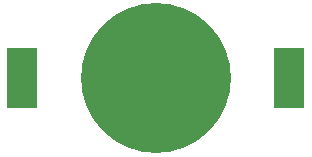
<source format=gbr>
G04 EAGLE Gerber X2 export*
%TF.Part,Single*%
%TF.FileFunction,Paste,Bot*%
%TF.FilePolarity,Positive*%
%TF.GenerationSoftware,Autodesk,EAGLE,8.7.0*%
%TF.CreationDate,2018-03-12T13:44:09Z*%
G75*
%MOMM*%
%FSLAX34Y34*%
%LPD*%
%AMOC8*
5,1,8,0,0,1.08239X$1,22.5*%
G01*
%ADD10C,12.700000*%
%ADD11R,2.540000X5.080000*%


D10*
X126629Y125769D03*
D11*
X239659Y125769D03*
X13599Y125769D03*
M02*

</source>
